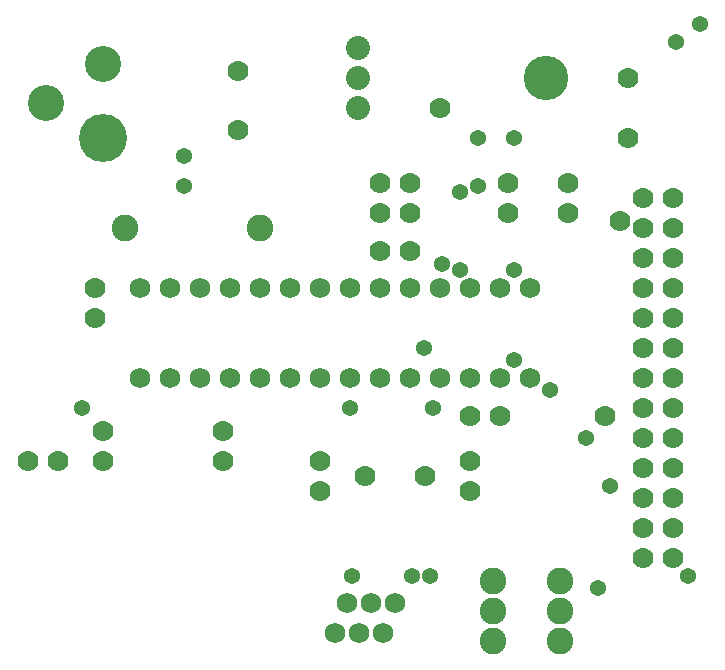
<source format=gbr>
G04 GENERATED BY PULSONIX 3.1 GERBER.DLL 1871*
%INDSPIC*%
%FSLAX23Y23*%
%IPPOS*%
%LPD*%
%OFA0B0*%
%MOIN*%
%ADD144C,0.069*%
%ADD145C,0.070*%
%ADD146C,0.089*%
%ADD147C,0.080*%
%ADD154C,0.148*%
%ADD193C,0.069*%
%ADD194C,0.054*%
%ADD197C,0.160*%
%ADD198C,0.120*%
%LNSOLDER MASK TOP*%
X0Y0D02*
D02*
D144*
X481Y1130D03*
Y1430D03*
X581Y1130D03*
Y1430D03*
X681Y1130D03*
Y1430D03*
X781Y1130D03*
Y1430D03*
X881Y1130D03*
Y1430D03*
X981Y1130D03*
Y1430D03*
X1081Y1130D03*
Y1430D03*
X1181Y1130D03*
Y1430D03*
X1281Y1130D03*
Y1430D03*
X1381Y1130D03*
Y1430D03*
X1481Y1130D03*
Y1430D03*
X1581Y1130D03*
Y1430D03*
X1681Y1130D03*
Y1430D03*
X1781Y1130D03*
Y1430D03*
D02*
D145*
X106Y855D03*
X206D03*
X331Y1330D03*
Y1430D03*
X356Y855D03*
Y955D03*
X756Y855D03*
Y955D03*
X806Y1958D03*
Y2155D03*
X1081Y755D03*
Y855D03*
X1231Y805D03*
X1281Y1555D03*
Y1680D03*
Y1780D03*
X1381Y1555D03*
Y1680D03*
Y1780D03*
X1431Y805D03*
X1481Y2030D03*
X1581Y755D03*
Y855D03*
Y1005D03*
X1681D03*
X1706Y1680D03*
Y1780D03*
X1906Y1680D03*
Y1780D03*
X2031Y1005D03*
X2081Y1655D03*
X2106Y1930D03*
Y2130D03*
X2156Y530D03*
Y630D03*
Y730D03*
Y830D03*
Y930D03*
Y1030D03*
Y1130D03*
Y1230D03*
Y1330D03*
Y1430D03*
Y1530D03*
Y1630D03*
Y1730D03*
X2256Y530D03*
Y630D03*
Y730D03*
Y830D03*
Y930D03*
Y1030D03*
Y1130D03*
Y1230D03*
Y1330D03*
Y1430D03*
Y1530D03*
Y1630D03*
Y1730D03*
D02*
D146*
X431Y1630D03*
X881D03*
X1656Y255D03*
Y355D03*
Y455D03*
X1881Y255D03*
Y355D03*
Y455D03*
D02*
D147*
X1206Y2030D03*
Y2130D03*
Y2230D03*
D02*
D154*
X1832Y2130D03*
D02*
D193*
X1130Y280D03*
X1170Y380D03*
X1211Y280D03*
X1251Y380D03*
X1291Y280D03*
X1331Y380D03*
D02*
D194*
X286Y1030D03*
X626Y1770D03*
Y1870D03*
X1181Y1030D03*
X1186Y470D03*
X1386D03*
X1426Y1230D03*
X1446Y470D03*
X1456Y1030D03*
X1486Y1510D03*
X1546Y1490D03*
Y1750D03*
X1606Y1770D03*
Y1930D03*
X1726Y1190D03*
Y1490D03*
Y1930D03*
X1846Y1090D03*
X1966Y930D03*
X2006Y430D03*
X2046Y770D03*
X2266Y2250D03*
X2306Y470D03*
X2346Y2310D03*
D02*
D197*
X356Y1930D03*
D02*
D198*
X167Y2048D03*
X356Y2176D03*
X0Y0D02*
M02*

</source>
